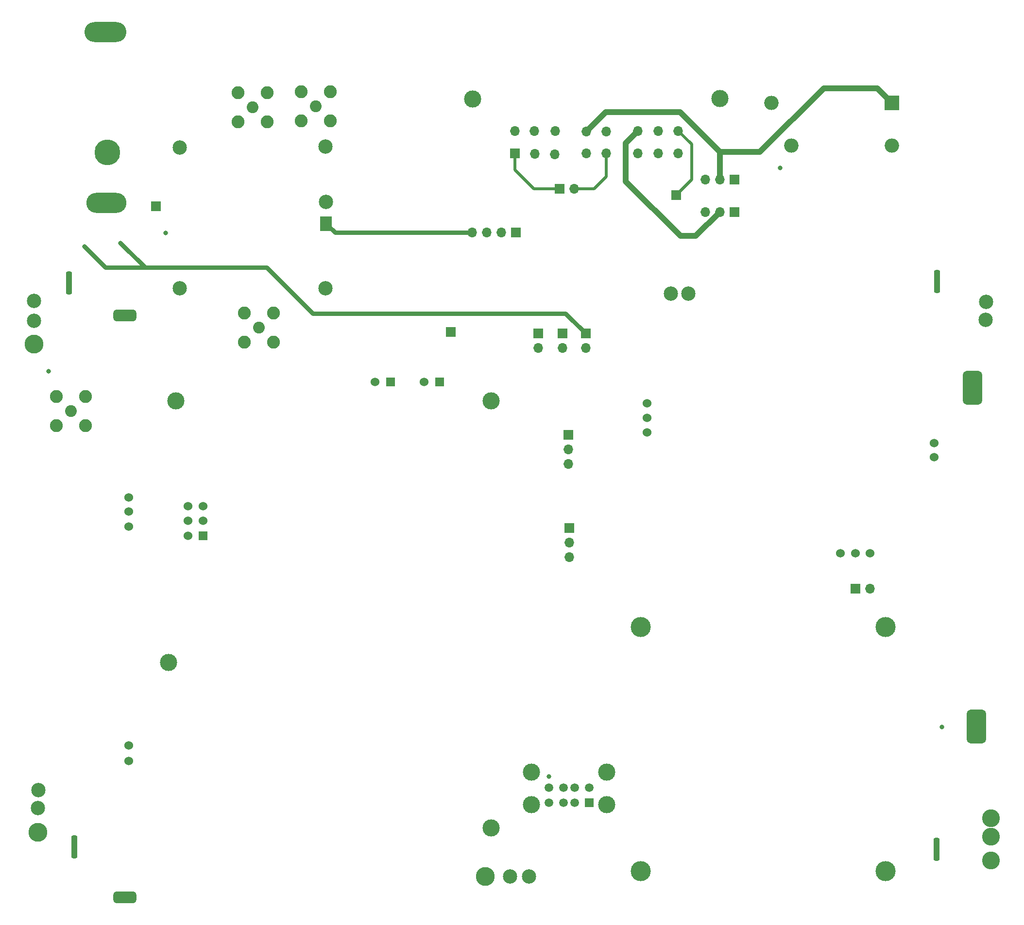
<source format=gbl>
G04 #@! TF.GenerationSoftware,KiCad,Pcbnew,(6.0.1)*
G04 #@! TF.CreationDate,2022-04-19T13:09:52-07:00*
G04 #@! TF.ProjectId,Motherboard,4d6f7468-6572-4626-9f61-72642e6b6963,rev?*
G04 #@! TF.SameCoordinates,Original*
G04 #@! TF.FileFunction,Copper,L4,Bot*
G04 #@! TF.FilePolarity,Positive*
%FSLAX46Y46*%
G04 Gerber Fmt 4.6, Leading zero omitted, Abs format (unit mm)*
G04 Created by KiCad (PCBNEW (6.0.1)) date 2022-04-19 13:09:52*
%MOMM*%
%LPD*%
G01*
G04 APERTURE LIST*
G04 Aperture macros list*
%AMRoundRect*
0 Rectangle with rounded corners*
0 $1 Rounding radius*
0 $2 $3 $4 $5 $6 $7 $8 $9 X,Y pos of 4 corners*
0 Add a 4 corners polygon primitive as box body*
4,1,4,$2,$3,$4,$5,$6,$7,$8,$9,$2,$3,0*
0 Add four circle primitives for the rounded corners*
1,1,$1+$1,$2,$3*
1,1,$1+$1,$4,$5*
1,1,$1+$1,$6,$7*
1,1,$1+$1,$8,$9*
0 Add four rect primitives between the rounded corners*
20,1,$1+$1,$2,$3,$4,$5,0*
20,1,$1+$1,$4,$5,$6,$7,0*
20,1,$1+$1,$6,$7,$8,$9,0*
20,1,$1+$1,$8,$9,$2,$3,0*%
G04 Aperture macros list end*
G04 #@! TA.AperFunction,ComponentPad*
%ADD10R,1.700000X1.700000*%
G04 #@! TD*
G04 #@! TA.AperFunction,ComponentPad*
%ADD11C,2.050000*%
G04 #@! TD*
G04 #@! TA.AperFunction,ComponentPad*
%ADD12C,2.250000*%
G04 #@! TD*
G04 #@! TA.AperFunction,ComponentPad*
%ADD13R,2.500000X2.500000*%
G04 #@! TD*
G04 #@! TA.AperFunction,ComponentPad*
%ADD14O,2.500000X2.500000*%
G04 #@! TD*
G04 #@! TA.AperFunction,ComponentPad*
%ADD15O,1.700000X1.700000*%
G04 #@! TD*
G04 #@! TA.AperFunction,ComponentPad*
%ADD16RoundRect,0.500000X1.500000X-0.500000X1.500000X0.500000X-1.500000X0.500000X-1.500000X-0.500000X0*%
G04 #@! TD*
G04 #@! TA.AperFunction,ComponentPad*
%ADD17C,1.524000*%
G04 #@! TD*
G04 #@! TA.AperFunction,ComponentPad*
%ADD18C,3.300000*%
G04 #@! TD*
G04 #@! TA.AperFunction,ComponentPad*
%ADD19C,2.500000*%
G04 #@! TD*
G04 #@! TA.AperFunction,ComponentPad*
%ADD20RoundRect,0.850000X-0.850000X-2.150000X0.850000X-2.150000X0.850000X2.150000X-0.850000X2.150000X0*%
G04 #@! TD*
G04 #@! TA.AperFunction,ComponentPad*
%ADD21O,7.000000X3.500000*%
G04 #@! TD*
G04 #@! TA.AperFunction,ComponentPad*
%ADD22O,7.300000X3.500000*%
G04 #@! TD*
G04 #@! TA.AperFunction,ComponentPad*
%ADD23C,4.500000*%
G04 #@! TD*
G04 #@! TA.AperFunction,ComponentPad*
%ADD24C,3.100000*%
G04 #@! TD*
G04 #@! TA.AperFunction,ComponentPad*
%ADD25RoundRect,0.850000X0.850000X2.150000X-0.850000X2.150000X-0.850000X-2.150000X0.850000X-2.150000X0*%
G04 #@! TD*
G04 #@! TA.AperFunction,WasherPad*
%ADD26RoundRect,0.250000X-0.250000X-1.750000X0.250000X-1.750000X0.250000X1.750000X-0.250000X1.750000X0*%
G04 #@! TD*
G04 #@! TA.AperFunction,WasherPad*
%ADD27C,3.000000*%
G04 #@! TD*
G04 #@! TA.AperFunction,ComponentPad*
%ADD28R,1.524000X1.524000*%
G04 #@! TD*
G04 #@! TA.AperFunction,ComponentPad*
%ADD29R,1.500000X1.500000*%
G04 #@! TD*
G04 #@! TA.AperFunction,ComponentPad*
%ADD30C,1.500000*%
G04 #@! TD*
G04 #@! TA.AperFunction,ComponentPad*
%ADD31C,3.000000*%
G04 #@! TD*
G04 #@! TA.AperFunction,ComponentPad*
%ADD32C,3.500000*%
G04 #@! TD*
G04 #@! TA.AperFunction,WasherPad*
%ADD33C,2.500000*%
G04 #@! TD*
G04 #@! TA.AperFunction,ComponentPad*
%ADD34R,2.000000X2.500000*%
G04 #@! TD*
G04 #@! TA.AperFunction,ViaPad*
%ADD35C,0.800000*%
G04 #@! TD*
G04 #@! TA.AperFunction,Conductor*
%ADD36C,1.000000*%
G04 #@! TD*
G04 #@! TA.AperFunction,Conductor*
%ADD37C,0.750000*%
G04 #@! TD*
G04 #@! TA.AperFunction,Conductor*
%ADD38C,0.500000*%
G04 #@! TD*
G04 APERTURE END LIST*
D10*
X200600000Y-105300000D03*
D11*
X177000000Y-66000000D03*
D12*
X174460000Y-63460000D03*
X179540000Y-63460000D03*
X179540000Y-68540000D03*
X174460000Y-68540000D03*
D13*
X277407500Y-65342500D03*
D14*
X256407500Y-65342500D03*
X259907500Y-72842500D03*
X277407500Y-72842500D03*
D10*
X224075000Y-105600000D03*
D15*
X224075000Y-108140000D03*
D16*
X143755000Y-102450000D03*
X143755000Y-203950000D03*
D17*
X144455000Y-136680000D03*
X144455000Y-139280000D03*
X144455000Y-134180000D03*
X144455000Y-177450000D03*
X144455000Y-180150000D03*
D18*
X127895000Y-107450000D03*
D19*
X127895000Y-103350000D03*
X127895000Y-99950000D03*
D20*
X291495000Y-115050000D03*
D19*
X241995000Y-98650000D03*
X238895000Y-98636052D03*
X293895000Y-100050000D03*
X293795000Y-103250000D03*
D21*
X140567500Y-82800000D03*
D22*
X140367500Y-53000000D03*
D23*
X140667500Y-74000000D03*
D11*
X134366000Y-119126000D03*
D12*
X131826000Y-116586000D03*
X136906000Y-116586000D03*
X131826000Y-121666000D03*
X136906000Y-121666000D03*
D10*
X221050000Y-123250000D03*
D15*
X221050000Y-125790000D03*
X221050000Y-128330000D03*
D10*
X215775000Y-105600000D03*
D15*
X215775000Y-108140000D03*
D10*
X250000000Y-78750000D03*
D15*
X247460000Y-78750000D03*
X244920000Y-78750000D03*
D18*
X206600000Y-200350000D03*
D24*
X294700000Y-190150000D03*
D25*
X292200000Y-174150000D03*
D19*
X128600000Y-188350000D03*
X210900000Y-200350000D03*
D24*
X294700000Y-197550000D03*
X294700000Y-193350000D03*
D18*
X128600000Y-192650000D03*
D19*
X128700000Y-185250000D03*
X214204026Y-200350000D03*
D17*
X234745000Y-117755000D03*
X234745000Y-120355000D03*
X268495000Y-143955000D03*
X284845000Y-124705000D03*
X234745000Y-122855000D03*
X271095000Y-143955000D03*
X273595000Y-143955000D03*
X284845000Y-127205000D03*
D26*
X285250000Y-195600000D03*
D27*
X207550000Y-191855000D03*
X151350000Y-162955000D03*
X152650000Y-117355000D03*
X207550000Y-117355000D03*
D17*
X154750000Y-138255000D03*
X154750000Y-135755000D03*
X154750000Y-140855000D03*
X157350000Y-135755000D03*
D28*
X157350000Y-140855000D03*
D17*
X157350000Y-138255000D03*
X187350000Y-114055000D03*
D28*
X190050000Y-114055000D03*
D17*
X195950000Y-114055000D03*
D28*
X198650000Y-114055000D03*
D10*
X239850000Y-81450000D03*
D29*
X224670000Y-187450000D03*
D30*
X222170000Y-187450000D03*
X220170000Y-187450000D03*
X217670000Y-187450000D03*
X224670000Y-184830000D03*
X222170000Y-184830000D03*
X220170000Y-184830000D03*
X217670000Y-184830000D03*
D31*
X214600000Y-182120000D03*
X214600000Y-187800000D03*
X227740000Y-187800000D03*
X227740000Y-182120000D03*
D10*
X149200000Y-83400000D03*
D32*
X276300000Y-156800000D03*
D10*
X211700000Y-74167500D03*
D15*
X211700000Y-70287500D03*
X215250000Y-74237500D03*
X215150000Y-70287500D03*
X218700000Y-74337500D03*
X218750000Y-70287500D03*
X224200000Y-74187500D03*
X224200000Y-70337500D03*
X227700000Y-74137500D03*
X227700000Y-70387500D03*
X233200000Y-74137500D03*
X233200000Y-70237500D03*
X236700000Y-74137500D03*
X236700000Y-70237500D03*
X240200000Y-74187500D03*
X240200000Y-70237500D03*
D31*
X247450000Y-64637500D03*
X204400000Y-64687500D03*
D26*
X134950000Y-195200000D03*
D10*
X220075000Y-105600000D03*
D15*
X220075000Y-108140000D03*
D10*
X221225000Y-139575000D03*
D15*
X221225000Y-142115000D03*
X221225000Y-144655000D03*
D10*
X250000000Y-84400000D03*
D15*
X247460000Y-84400000D03*
X244920000Y-84400000D03*
D26*
X285350000Y-96500000D03*
D32*
X276300000Y-199400000D03*
D10*
X211900000Y-88000000D03*
D15*
X209360000Y-88000000D03*
X206820000Y-88000000D03*
X204280000Y-88000000D03*
D26*
X134050000Y-96750000D03*
D10*
X219550000Y-80375000D03*
D15*
X222090000Y-80375000D03*
D32*
X233700000Y-156800000D03*
D10*
X271100000Y-150125000D03*
D15*
X273640000Y-150125000D03*
D33*
X178732000Y-97729000D03*
X153332000Y-73129000D03*
X178732000Y-73029000D03*
X153332000Y-97729000D03*
D34*
X178832000Y-86429000D03*
D19*
X178832000Y-82629000D03*
D11*
X166032000Y-66129000D03*
D12*
X163492000Y-68669000D03*
X163492000Y-63589000D03*
X168572000Y-63589000D03*
X168572000Y-68669000D03*
D11*
X167132000Y-104559000D03*
D12*
X169672000Y-102019000D03*
X169672000Y-107099000D03*
X164592000Y-102019000D03*
X164592000Y-107099000D03*
D32*
X233700000Y-199400000D03*
D35*
X286150000Y-174250000D03*
X258000000Y-76750000D03*
X217670000Y-182920000D03*
X150900000Y-88100000D03*
X130500000Y-112200000D03*
X143000000Y-89800000D03*
X136700000Y-90400000D03*
D36*
X247460000Y-73960000D02*
X254440000Y-73960000D01*
X265600000Y-62800000D02*
X274865000Y-62800000D01*
X254440000Y-73960000D02*
X265600000Y-62800000D01*
X274865000Y-62800000D02*
X277407500Y-65342500D01*
X224200000Y-70337500D02*
X227537500Y-67000000D01*
X227537500Y-67000000D02*
X240500000Y-67000000D01*
X247460000Y-73960000D02*
X247460000Y-78750000D01*
X240500000Y-67000000D02*
X247460000Y-73960000D01*
D37*
X220575000Y-102100000D02*
X176500000Y-102100000D01*
X168500000Y-94100000D02*
X147300000Y-94100000D01*
X224075000Y-105600000D02*
X220575000Y-102100000D01*
X176500000Y-102100000D02*
X168500000Y-94100000D01*
X140400000Y-94100000D02*
X136700000Y-90400000D01*
X147300000Y-94100000D02*
X140400000Y-94100000D01*
X143000000Y-89800000D02*
X147300000Y-94100000D01*
D38*
X215025000Y-80375000D02*
X219550000Y-80375000D01*
X211700000Y-77050000D02*
X215025000Y-80375000D01*
X211700000Y-74167500D02*
X211700000Y-77050000D01*
X225525000Y-80375000D02*
X222090000Y-80375000D01*
X227700000Y-78200000D02*
X225525000Y-80375000D01*
X227700000Y-74137500D02*
X227700000Y-78200000D01*
X242550000Y-72587500D02*
X242550000Y-78750000D01*
X240200000Y-70237500D02*
X242550000Y-72587500D01*
X242550000Y-78750000D02*
X239850000Y-81450000D01*
D36*
X231050000Y-72387500D02*
X231050000Y-79050000D01*
X240600000Y-88600000D02*
X243260000Y-88600000D01*
X243260000Y-88600000D02*
X247460000Y-84400000D01*
X233200000Y-70237500D02*
X231050000Y-72387500D01*
X231050000Y-79050000D02*
X240600000Y-88600000D01*
D37*
X204280000Y-88000000D02*
X180403000Y-88000000D01*
X180403000Y-88000000D02*
X178832000Y-86429000D01*
M02*

</source>
